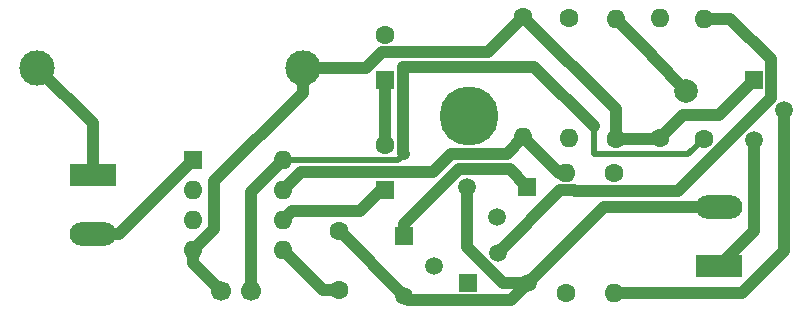
<source format=gbr>
%TF.GenerationSoftware,KiCad,Pcbnew,(5.1.8)-1*%
%TF.CreationDate,2020-12-12T19:45:24+01:00*%
%TF.ProjectId,blink_controller,626c696e-6b5f-4636-9f6e-74726f6c6c65,rev?*%
%TF.SameCoordinates,Original*%
%TF.FileFunction,Copper,L2,Bot*%
%TF.FilePolarity,Positive*%
%FSLAX46Y46*%
G04 Gerber Fmt 4.6, Leading zero omitted, Abs format (unit mm)*
G04 Created by KiCad (PCBNEW (5.1.8)-1) date 2020-12-12 19:45:24*
%MOMM*%
%LPD*%
G01*
G04 APERTURE LIST*
%TA.AperFunction,ComponentPad*%
%ADD10C,3.000000*%
%TD*%
%TA.AperFunction,ComponentPad*%
%ADD11O,1.600000X1.600000*%
%TD*%
%TA.AperFunction,ComponentPad*%
%ADD12R,1.600000X1.600000*%
%TD*%
%TA.AperFunction,ComponentPad*%
%ADD13C,1.700000*%
%TD*%
%TA.AperFunction,ComponentPad*%
%ADD14C,1.600000*%
%TD*%
%TA.AperFunction,ComponentPad*%
%ADD15R,1.500000X1.500000*%
%TD*%
%TA.AperFunction,ComponentPad*%
%ADD16C,1.500000*%
%TD*%
%TA.AperFunction,ComponentPad*%
%ADD17O,3.960000X1.980000*%
%TD*%
%TA.AperFunction,ComponentPad*%
%ADD18R,3.960000X1.980000*%
%TD*%
%TA.AperFunction,ViaPad*%
%ADD19C,5.000000*%
%TD*%
%TA.AperFunction,ViaPad*%
%ADD20C,2.000000*%
%TD*%
%TA.AperFunction,Conductor*%
%ADD21C,1.000000*%
%TD*%
%TA.AperFunction,Conductor*%
%ADD22C,0.500000*%
%TD*%
G04 APERTURE END LIST*
D10*
%TO.P,F1,2*%
%TO.N,Net-(F1-Pad2)*%
X22100000Y-25500000D03*
%TO.P,F1,1*%
%TO.N,/VCC*%
X44600000Y-25500000D03*
%TD*%
D11*
%TO.P,U1,8*%
%TO.N,Net-(R2-Pad1)*%
X42920000Y-33300000D03*
%TO.P,U1,4*%
%TO.N,/VCC*%
X35300000Y-40920000D03*
%TO.P,U1,7*%
%TO.N,Net-(R6-Pad2)*%
X42920000Y-35840000D03*
%TO.P,U1,3*%
%TO.N,Net-(R1-Pad1)*%
X35300000Y-38380000D03*
%TO.P,U1,6*%
%TO.N,Net-(C2-Pad1)*%
X42920000Y-38380000D03*
%TO.P,U1,2*%
X35300000Y-35840000D03*
%TO.P,U1,5*%
%TO.N,Net-(C1-Pad1)*%
X42920000Y-40920000D03*
D12*
%TO.P,U1,1*%
%TO.N,/GND*%
X35300000Y-33300000D03*
%TD*%
D13*
%TO.P,SW1,2*%
%TO.N,Net-(R2-Pad1)*%
X40240000Y-44400000D03*
%TO.P,SW1,1*%
%TO.N,/VCC*%
X37700000Y-44400000D03*
%TD*%
D11*
%TO.P,R7,2*%
%TO.N,Net-(R6-Pad2)*%
X66925000Y-34365000D03*
D14*
%TO.P,R7,1*%
%TO.N,Net-(C2-Pad1)*%
X66925000Y-44525000D03*
%TD*%
D11*
%TO.P,R6,2*%
%TO.N,Net-(R6-Pad2)*%
X63275000Y-31360000D03*
D14*
%TO.P,R6,1*%
%TO.N,/VCC*%
X63275000Y-21200000D03*
%TD*%
D11*
%TO.P,R5,2*%
%TO.N,Net-(Q1-Pad3)*%
X74875000Y-21240000D03*
D14*
%TO.P,R5,1*%
%TO.N,/VCC*%
X74875000Y-31400000D03*
%TD*%
D11*
%TO.P,R4,2*%
%TO.N,Net-(Q4-Pad2)*%
X70925000Y-44585000D03*
D14*
%TO.P,R4,1*%
%TO.N,Net-(Q1-Pad3)*%
X70925000Y-34425000D03*
%TD*%
D11*
%TO.P,R3,2*%
%TO.N,Net-(Q2-Pad3)*%
X71075000Y-21340000D03*
D14*
%TO.P,R3,1*%
%TO.N,/VCC*%
X71075000Y-31500000D03*
%TD*%
D11*
%TO.P,R2,2*%
%TO.N,Net-(Q2-Pad2)*%
X78575000Y-21340000D03*
D14*
%TO.P,R2,1*%
%TO.N,Net-(R2-Pad1)*%
X78575000Y-31500000D03*
%TD*%
D11*
%TO.P,R1,2*%
%TO.N,Net-(Q1-Pad2)*%
X67175000Y-31460000D03*
D14*
%TO.P,R1,1*%
%TO.N,Net-(R1-Pad1)*%
X67175000Y-21300000D03*
%TD*%
D15*
%TO.P,Q4,1*%
%TO.N,/VCC*%
X82800000Y-26550000D03*
D16*
%TO.P,Q4,3*%
%TO.N,Net-(J2-Pad1)*%
X82800000Y-31630000D03*
%TO.P,Q4,2*%
%TO.N,Net-(Q4-Pad2)*%
X85340000Y-29090000D03*
%TD*%
D15*
%TO.P,Q3,3*%
%TO.N,Net-(Q1-Pad3)*%
X63600000Y-35550000D03*
D16*
%TO.P,Q3,1*%
%TO.N,/GND*%
X58520000Y-35550000D03*
%TO.P,Q3,2*%
%TO.N,Net-(Q2-Pad3)*%
X61060000Y-38090000D03*
%TD*%
D15*
%TO.P,Q2,3*%
%TO.N,Net-(Q2-Pad3)*%
X58575000Y-43675000D03*
D16*
%TO.P,Q2,1*%
%TO.N,/GND*%
X63655000Y-43675000D03*
%TO.P,Q2,2*%
%TO.N,Net-(Q2-Pad2)*%
X61115000Y-41135000D03*
%TD*%
D15*
%TO.P,Q1,3*%
%TO.N,Net-(Q1-Pad3)*%
X53200000Y-39700000D03*
D16*
%TO.P,Q1,1*%
%TO.N,/GND*%
X53200000Y-44780000D03*
%TO.P,Q1,2*%
%TO.N,Net-(Q1-Pad2)*%
X55740000Y-42240000D03*
%TD*%
D17*
%TO.P,J2,2*%
%TO.N,/GND*%
X79850000Y-37250000D03*
D18*
%TO.P,J2,1*%
%TO.N,Net-(J2-Pad1)*%
X79850000Y-42250000D03*
%TD*%
D17*
%TO.P,J1,2*%
%TO.N,/GND*%
X26800000Y-39600000D03*
D18*
%TO.P,J1,1*%
%TO.N,Net-(F1-Pad2)*%
X26800000Y-34600000D03*
%TD*%
D14*
%TO.P,C3,2*%
%TO.N,/GND*%
X51600000Y-22700000D03*
D12*
%TO.P,C3,1*%
%TO.N,Net-(C2-Pad2)*%
X51600000Y-26500000D03*
%TD*%
D14*
%TO.P,C2,2*%
%TO.N,Net-(C2-Pad2)*%
X51600000Y-32000000D03*
D12*
%TO.P,C2,1*%
%TO.N,Net-(C2-Pad1)*%
X51600000Y-35800000D03*
%TD*%
D14*
%TO.P,C1,2*%
%TO.N,/GND*%
X47700000Y-39300000D03*
%TO.P,C1,1*%
%TO.N,Net-(C1-Pad1)*%
X47700000Y-44300000D03*
%TD*%
D19*
%TO.N,*%
X58675000Y-29575000D03*
D20*
%TO.N,Net-(Q2-Pad3)*%
X77025000Y-27425000D03*
%TD*%
D21*
%TO.N,/GND*%
X29000000Y-39600000D02*
X35300000Y-33300000D01*
X26800000Y-39600000D02*
X29000000Y-39600000D01*
X47720000Y-39300000D02*
X53200000Y-44780000D01*
X47700000Y-39300000D02*
X47720000Y-39300000D01*
X70080000Y-37250000D02*
X63655000Y-43675000D01*
X79850000Y-37250000D02*
X70080000Y-37250000D01*
X53545001Y-45125001D02*
X53200000Y-44780000D01*
X62204999Y-45125001D02*
X53545001Y-45125001D01*
X63655000Y-43675000D02*
X62204999Y-45125001D01*
X58520000Y-40686002D02*
X58520000Y-35550000D01*
X61508998Y-43675000D02*
X58520000Y-40686002D01*
X63655000Y-43675000D02*
X61508998Y-43675000D01*
%TO.N,Net-(C1-Pad1)*%
X46300000Y-44300000D02*
X42920000Y-40920000D01*
X47700000Y-44300000D02*
X46300000Y-44300000D01*
%TO.N,Net-(C2-Pad2)*%
X51600000Y-26500000D02*
X51600000Y-32000000D01*
%TO.N,Net-(C2-Pad1)*%
X43719999Y-37580001D02*
X49455001Y-37580001D01*
X42920000Y-38380000D02*
X43719999Y-37580001D01*
X51235002Y-35800000D02*
X51600000Y-35800000D01*
X49455001Y-37580001D02*
X51235002Y-35800000D01*
%TO.N,/VCC*%
X37101321Y-39118679D02*
X35300000Y-40920000D01*
X37101321Y-35119999D02*
X37101321Y-39118679D01*
X44600000Y-27621320D02*
X37101321Y-35119999D01*
X44600000Y-25500000D02*
X44600000Y-27621320D01*
X35300000Y-42000000D02*
X37700000Y-44400000D01*
X35300000Y-40920000D02*
X35300000Y-42000000D01*
X60274999Y-24200001D02*
X63275000Y-21200000D01*
X51274999Y-24200001D02*
X60274999Y-24200001D01*
X49975000Y-25500000D02*
X51274999Y-24200001D01*
X44600000Y-25500000D02*
X49975000Y-25500000D01*
X74775000Y-31500000D02*
X74875000Y-31400000D01*
X71075000Y-31500000D02*
X74775000Y-31500000D01*
X71075000Y-29000000D02*
X63275000Y-21200000D01*
X71075000Y-31500000D02*
X71075000Y-29000000D01*
X74875000Y-31400000D02*
X76775000Y-29500000D01*
X79850000Y-29500000D02*
X82800000Y-26550000D01*
X76775000Y-29500000D02*
X79850000Y-29500000D01*
%TO.N,Net-(J2-Pad1)*%
X82800000Y-39300000D02*
X79850000Y-42250000D01*
X82800000Y-31630000D02*
X82800000Y-39300000D01*
%TO.N,Net-(Q1-Pad3)*%
X53200000Y-38723998D02*
X53200000Y-39700000D01*
X57823999Y-34099999D02*
X53200000Y-38723998D01*
X62149999Y-34099999D02*
X57823999Y-34099999D01*
X63600000Y-35550000D02*
X62149999Y-34099999D01*
%TO.N,Net-(Q2-Pad3)*%
X71075000Y-21340000D02*
X74135000Y-24400000D01*
X74135000Y-24535000D02*
X77025000Y-27425000D01*
X74135000Y-24400000D02*
X74135000Y-24535000D01*
%TO.N,Net-(Q2-Pad2)*%
X76370001Y-35925001D02*
X84250001Y-28045001D01*
X67644999Y-35925001D02*
X76370001Y-35925001D01*
X67584999Y-35865001D02*
X67644999Y-35925001D01*
X66384999Y-35865001D02*
X67584999Y-35865001D01*
X61115000Y-41135000D02*
X66384999Y-35865001D01*
X84250001Y-24783999D02*
X80806002Y-21340000D01*
X80806002Y-21340000D02*
X78575000Y-21340000D01*
X84250001Y-28045001D02*
X84250001Y-24783999D01*
%TO.N,Net-(Q4-Pad2)*%
X85340000Y-40990002D02*
X85340000Y-29090000D01*
X81745002Y-44585000D02*
X85340000Y-40990002D01*
X70925000Y-44585000D02*
X81745002Y-44585000D01*
%TO.N,Net-(R2-Pad1)*%
X40240000Y-35980000D02*
X42920000Y-33300000D01*
X40240000Y-44400000D02*
X40240000Y-35980000D01*
D22*
X42920000Y-33300000D02*
X52625000Y-33300000D01*
X52625000Y-33300000D02*
X53150000Y-32775000D01*
D21*
X64195011Y-25400011D02*
X69250000Y-30455000D01*
X53100001Y-25400011D02*
X64195011Y-25400011D01*
X53100001Y-32725001D02*
X53100001Y-25400011D01*
X53150000Y-32775000D02*
X53100001Y-32725001D01*
D22*
X77250000Y-32825000D02*
X78575000Y-31500000D01*
X69250000Y-32825000D02*
X77250000Y-32825000D01*
X69250000Y-32825000D02*
X69250000Y-30455000D01*
D21*
%TO.N,Net-(R6-Pad2)*%
X66280000Y-34365000D02*
X63275000Y-31360000D01*
X66925000Y-34365000D02*
X66280000Y-34365000D01*
X57174999Y-32775001D02*
X61859999Y-32775001D01*
X55650001Y-34299999D02*
X57174999Y-32775001D01*
X44460001Y-34299999D02*
X55650001Y-34299999D01*
X61859999Y-32775001D02*
X63275000Y-31360000D01*
X42920000Y-35840000D02*
X44460001Y-34299999D01*
%TO.N,Net-(F1-Pad2)*%
X26800000Y-30200000D02*
X22100000Y-25500000D01*
X26800000Y-34600000D02*
X26800000Y-30200000D01*
%TD*%
M02*

</source>
